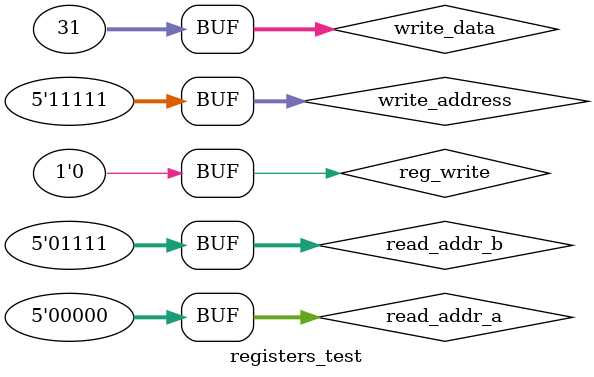
<source format=v>
`timescale 1ns / 1ps


module registers_test;

	// Inputs
	reg [4:0] read_addr_a;
	reg [4:0] read_addr_b;
	reg [4:0] write_address;
	reg [31:0] write_data;
	reg reg_write;

	// Outputs
	wire [31:0] data_a;
	wire [31:0] data_b;

	// Instantiate the Unit Under Test (UUT)
	registers uut (
		.read_addr_a(read_addr_a), 
		.read_addr_b(read_addr_b), 
		.write_address(write_address), 
		.write_data(write_data), 
		.reg_write(reg_write), 
		.data_a(data_a), 
		.data_b(data_b)
	);

	initial begin
		// Initialize Inputs
		read_addr_a = 0;
		read_addr_b = 0;
		write_address = 0;
		write_data = 0;
		reg_write = 0;

		// Wait 100 ns for global reset to finish
		#100;
		
		reg_write = 1;
		#1
		write_address = 1;
		write_data = 1;
		#1
		write_address = 2;
		write_data = 2;
		#1
		write_address = 3;
		write_data = 3;
		#1
		write_address = 4;
		write_data = 4;
		#1
		write_address = 5;
		write_data = 5;
		#1
		write_address = 6;
		write_data = 6;
		#1
		write_address = 7;
		write_data = 7;
		#1
		write_address = 8;
		write_data = 8;
		#1
		write_address = 9;
		write_data = 9;
		#1
		write_address = 10;
		write_data = 10;
		#1
		write_address = 11;
		write_data = 11;
		#1
		write_address = 12;
		write_data = 12;
		#1
		write_address = 13;
		write_data = 13;
		#1
		write_address = 14;
		write_data = 14;
		#1
		write_address = 15;
		write_data = 15;
		#1
		write_address = 16;
		write_data = 16;
		#1
		write_address = 17;
		write_data = 17;
		#1
		write_address = 18;
		write_data = 18;
		#1
		write_address = 19;
		write_data = 19;
		#1
		write_address = 20;
		write_data = 20;
		#1
		write_address = 21;
		write_data = 21;
		#1
		write_address = 22;
		write_data = 22;
		#1
		write_address = 23;
		write_data = 23;
		#1
		write_address = 24;
		write_data = 24;
		#1
		write_address = 25;
		write_data = 25;
		#1
		write_address = 26;
		write_data = 26;
		#1
		write_address = 27;
		write_data = 27;
		#1
		write_address = 28;
		write_data = 28;
		#1
		write_address = 29;
		write_data = 29;
		#1
		write_address = 30;
		write_data = 30;
      #1
		write_address = 31;
		write_data = 31;
		
		#10
		reg_write = 0;
		read_addr_a = 14;
		read_addr_b = 17;
		#10
		read_addr_a = 20;
		read_addr_b = 31;
		#10
		read_addr_a = 0;
		read_addr_b = 15;
		// Add stimulus here

	end
      
endmodule


</source>
